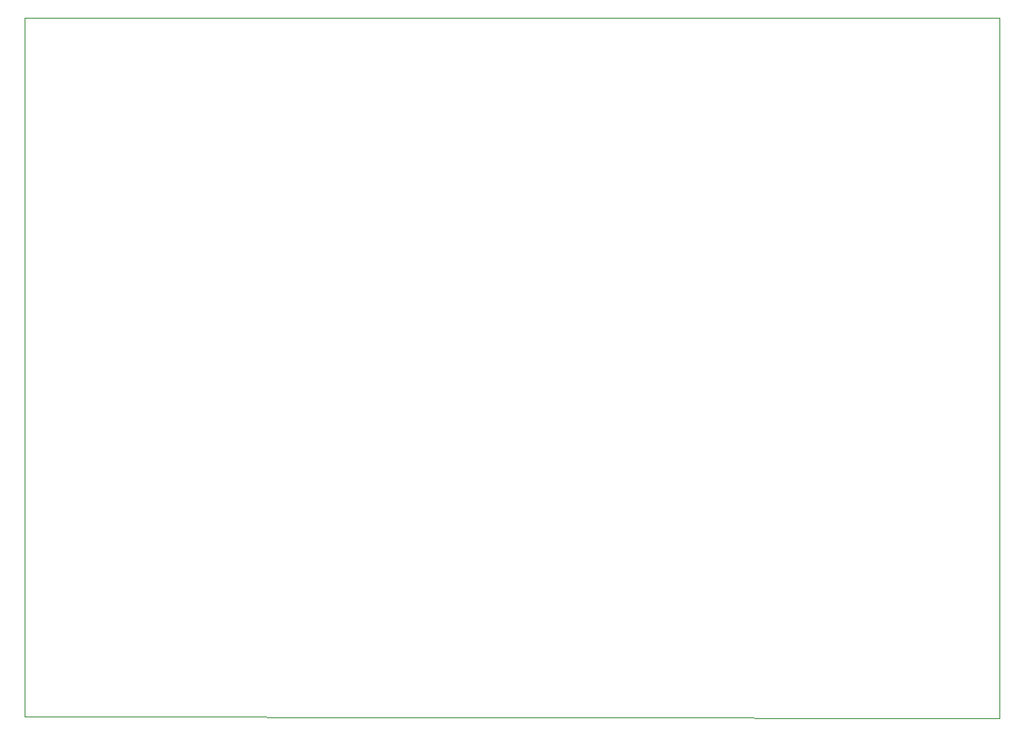
<source format=gbr>
%FSLAX34Y34*%
%MOMM*%
%LNOUTLINE*%
G71*
G01*
%ADD10C, 0.100*%
%LPD*%
G54D10*
X-3175Y0D02*
X969962Y0D01*
X969962Y-700088D01*
X-3175Y-698500D01*
X-3175Y0D01*
M02*

</source>
